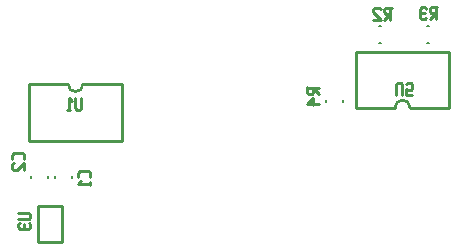
<source format=gbr>
G04 start of page 8 for group -4078 idx -4078 *
G04 Title: (unknown), bottomsilk *
G04 Creator: pcb 20091103 *
G04 CreationDate: Sat 19 Mar 2011 11:45:18 AM GMT UTC *
G04 For: gjhurlbu *
G04 Format: Gerber/RS-274X *
G04 PCB-Dimensions: 600000 500000 *
G04 PCB-Coordinate-Origin: lower left *
%MOIN*%
%FSLAX25Y25*%
%LNBACKSILK*%
%ADD11C,0.0100*%
%ADD32C,0.0080*%
G54D11*X95500Y406000D02*X108500D01*
X113500D02*X126500D01*
X95500Y387000D02*Y406000D01*
Y387000D02*X126500D01*
Y406000D01*
X108500D02*G75*G03X113500Y406000I2500J0D01*G01*
X98500Y365400D02*X106500D01*
X98500D02*Y353500D01*
X106500D01*
Y365400D02*Y353500D01*
G54D32*X101755Y375393D02*Y374607D01*
X96245Y375393D02*Y374607D01*
X109755Y375393D02*Y374607D01*
X104245Y375393D02*Y374607D01*
G54D11*X222488Y398115D02*X235554D01*
X204422D02*X217488D01*
X235554Y416767D02*Y398115D01*
X204422Y416767D02*X235554D01*
X204422D02*Y398115D01*
X222488D02*G75*G03X217488Y398115I-2500J0D01*G01*
G54D32*X212150Y425362D02*X212936D01*
X212150Y419852D02*X212936D01*
X228150D02*X228936D01*
X228150Y425362D02*X228936D01*
X200148Y400850D02*Y400064D01*
X194638Y400850D02*Y400064D01*
G54D11*X92000Y363000D02*X95500D01*
X96000Y362500D01*
Y361500D02*Y362500D01*
Y361500D02*X95500Y361000D01*
X92000D02*X95500D01*
X92500Y359799D02*X92000Y359299D01*
Y358299D02*Y359299D01*
Y358299D02*X92500Y357799D01*
X95500D01*
X96000Y358299D02*X95500Y357799D01*
X96000Y358299D02*Y359299D01*
X95500Y359799D02*X96000Y359299D01*
X94000Y357799D02*Y359299D01*
X113000Y398000D02*Y401500D01*
Y398000D02*X112500Y397500D01*
X111500D02*X112500D01*
X111500D02*X111000Y398000D01*
Y401500D01*
X108299Y397500D02*X109299D01*
X108799D02*Y401500D01*
X109799Y400500D02*X108799Y401500D01*
X94000Y381000D02*Y382500D01*
X93500Y383000D02*X94000Y382500D01*
X90500Y383000D02*X93500D01*
X90500D02*X90000Y382500D01*
Y381000D02*Y382500D01*
X90500Y379799D02*X90000Y379299D01*
Y377799D02*Y379299D01*
Y377799D02*X90500Y377299D01*
X91500D01*
X94000Y379799D02*X91500Y377299D01*
X94000D02*Y379799D01*
X116000Y375000D02*Y376500D01*
X115500Y377000D02*X116000Y376500D01*
X112500Y377000D02*X115500D01*
X112500D02*X112000Y376500D01*
Y375000D02*Y376500D01*
X116000Y372299D02*Y373299D01*
X112000Y372799D02*X116000D01*
X113000Y373799D02*X112000Y372799D01*
X217988Y402441D02*Y405941D01*
X218488Y406441D01*
X219488D01*
X219988Y405941D01*
Y402441D02*Y405941D01*
X221189Y402441D02*X223189D01*
X221189D02*Y404441D01*
X221689Y403941D01*
X222689D01*
X223189Y404441D01*
Y405941D01*
X222689Y406441D02*X223189Y405941D01*
X221689Y406441D02*X222689D01*
X221189Y405941D02*X221689Y406441D01*
X229543Y431607D02*X231543D01*
X229543D02*X229043Y431107D01*
Y430107D02*Y431107D01*
X229543Y429607D02*X229043Y430107D01*
X229543Y429607D02*X231043D01*
Y427607D02*Y431607D01*
Y429607D02*X229043Y427607D01*
X227842Y431107D02*X227342Y431607D01*
X226342D02*X227342D01*
X226342D02*X225842Y431107D01*
Y428107D02*Y431107D01*
X226342Y427607D02*X225842Y428107D01*
X226342Y427607D02*X227342D01*
X227842Y428107D02*X227342Y427607D01*
X225842Y429607D02*X227342D01*
X214457Y431393D02*X216457D01*
X214457D02*X213957Y430893D01*
Y429893D02*Y430893D01*
X214457Y429393D02*X213957Y429893D01*
X214457Y429393D02*X215957D01*
Y427393D02*Y431393D01*
Y429393D02*X213957Y427393D01*
X212756Y430893D02*X212256Y431393D01*
X210756D02*X212256D01*
X210756D02*X210256Y430893D01*
Y429893D02*Y430893D01*
X212756Y427393D02*X210256Y429893D01*
Y427393D02*X212756D01*
X188290Y403163D02*Y405163D01*
Y403163D02*X188790Y402663D01*
X189790D01*
X190290Y403163D02*X189790Y402663D01*
X190290Y403163D02*Y404663D01*
X188290D02*X192290D01*
X190290D02*X192290Y402663D01*
X190290Y401462D02*X188290Y399462D01*
X190290Y398962D02*Y401462D01*
X188290Y399462D02*X192290D01*
M02*

</source>
